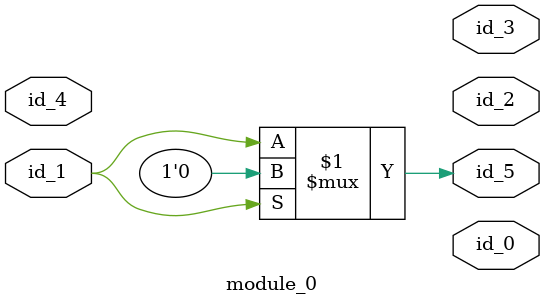
<source format=v>
`timescale 1ps / 1ps
module module_0 (
    output id_0,
    input  id_1,
    output id_2,
    output id_3,
    input  id_4,
    output id_5
);
  assign id_5 = id_1 ? 1'd0 : id_1;
endmodule

</source>
